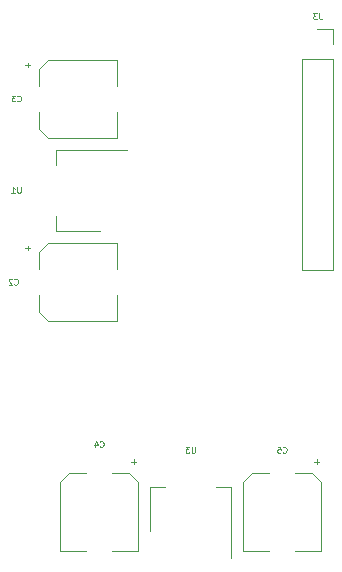
<source format=gbr>
G04 #@! TF.FileFunction,Legend,Bot*
%FSLAX46Y46*%
G04 Gerber Fmt 4.6, Leading zero omitted, Abs format (unit mm)*
G04 Created by KiCad (PCBNEW 4.0.7-e2-6376~58~ubuntu16.04.1) date Wed Sep  5 16:40:10 2018*
%MOMM*%
%LPD*%
G01*
G04 APERTURE LIST*
%ADD10C,0.100000*%
%ADD11C,0.120000*%
%ADD12C,0.075000*%
G04 APERTURE END LIST*
D10*
D11*
X135330000Y-63740000D02*
X132670000Y-63740000D01*
X135330000Y-45900000D02*
X135330000Y-63740000D01*
X132670000Y-45900000D02*
X132670000Y-63740000D01*
X135330000Y-45900000D02*
X132670000Y-45900000D01*
X135330000Y-44630000D02*
X135330000Y-43300000D01*
X135330000Y-43300000D02*
X134000000Y-43300000D01*
X110450000Y-62210000D02*
X110450000Y-63630000D01*
X117050000Y-61450000D02*
X117050000Y-63630000D01*
X117050000Y-68050000D02*
X117050000Y-65870000D01*
X110450000Y-67290000D02*
X110450000Y-65870000D01*
X117050000Y-61450000D02*
X111210000Y-61450000D01*
X111210000Y-61450000D02*
X110450000Y-62210000D01*
X110450000Y-67290000D02*
X111210000Y-68050000D01*
X111210000Y-68050000D02*
X117050000Y-68050000D01*
X110450000Y-46710000D02*
X110450000Y-48130000D01*
X117050000Y-45950000D02*
X117050000Y-48130000D01*
X117050000Y-52550000D02*
X117050000Y-50370000D01*
X110450000Y-51790000D02*
X110450000Y-50370000D01*
X117050000Y-45950000D02*
X111210000Y-45950000D01*
X111210000Y-45950000D02*
X110450000Y-46710000D01*
X110450000Y-51790000D02*
X111210000Y-52550000D01*
X111210000Y-52550000D02*
X117050000Y-52550000D01*
X118040000Y-80950000D02*
X116620000Y-80950000D01*
X118800000Y-87550000D02*
X116620000Y-87550000D01*
X112200000Y-87550000D02*
X114380000Y-87550000D01*
X112960000Y-80950000D02*
X114380000Y-80950000D01*
X118800000Y-87550000D02*
X118800000Y-81710000D01*
X118800000Y-81710000D02*
X118040000Y-80950000D01*
X112960000Y-80950000D02*
X112200000Y-81710000D01*
X112200000Y-81710000D02*
X112200000Y-87550000D01*
X133540000Y-80950000D02*
X132120000Y-80950000D01*
X134300000Y-87550000D02*
X132120000Y-87550000D01*
X127700000Y-87550000D02*
X129880000Y-87550000D01*
X128460000Y-80950000D02*
X129880000Y-80950000D01*
X134300000Y-87550000D02*
X134300000Y-81710000D01*
X134300000Y-81710000D02*
X133540000Y-80950000D01*
X128460000Y-80950000D02*
X127700000Y-81710000D01*
X127700000Y-81710000D02*
X127700000Y-87550000D01*
X111840000Y-60410000D02*
X111840000Y-59150000D01*
X111840000Y-53590000D02*
X111840000Y-54850000D01*
X115600000Y-60410000D02*
X111840000Y-60410000D01*
X117850000Y-53590000D02*
X111840000Y-53590000D01*
X119840000Y-82090000D02*
X121100000Y-82090000D01*
X126660000Y-82090000D02*
X125400000Y-82090000D01*
X119840000Y-85850000D02*
X119840000Y-82090000D01*
X126660000Y-88100000D02*
X126660000Y-82090000D01*
D12*
X134166666Y-42026190D02*
X134166666Y-42383333D01*
X134190476Y-42454762D01*
X134238095Y-42502381D01*
X134309523Y-42526190D01*
X134357142Y-42526190D01*
X133976190Y-42026190D02*
X133666667Y-42026190D01*
X133833333Y-42216667D01*
X133761905Y-42216667D01*
X133714286Y-42240476D01*
X133690476Y-42264286D01*
X133666667Y-42311905D01*
X133666667Y-42430952D01*
X133690476Y-42478571D01*
X133714286Y-42502381D01*
X133761905Y-42526190D01*
X133904762Y-42526190D01*
X133952381Y-42502381D01*
X133976190Y-42478571D01*
X108333333Y-64928571D02*
X108357143Y-64952381D01*
X108428571Y-64976190D01*
X108476190Y-64976190D01*
X108547619Y-64952381D01*
X108595238Y-64904762D01*
X108619047Y-64857143D01*
X108642857Y-64761905D01*
X108642857Y-64690476D01*
X108619047Y-64595238D01*
X108595238Y-64547619D01*
X108547619Y-64500000D01*
X108476190Y-64476190D01*
X108428571Y-64476190D01*
X108357143Y-64500000D01*
X108333333Y-64523810D01*
X108142857Y-64523810D02*
X108119047Y-64500000D01*
X108071428Y-64476190D01*
X107952381Y-64476190D01*
X107904762Y-64500000D01*
X107880952Y-64523810D01*
X107857143Y-64571429D01*
X107857143Y-64619048D01*
X107880952Y-64690476D01*
X108166666Y-64976190D01*
X107857143Y-64976190D01*
X109660476Y-61875714D02*
X109279524Y-61875714D01*
X109470000Y-62066190D02*
X109470000Y-61685238D01*
X108583333Y-49428571D02*
X108607143Y-49452381D01*
X108678571Y-49476190D01*
X108726190Y-49476190D01*
X108797619Y-49452381D01*
X108845238Y-49404762D01*
X108869047Y-49357143D01*
X108892857Y-49261905D01*
X108892857Y-49190476D01*
X108869047Y-49095238D01*
X108845238Y-49047619D01*
X108797619Y-49000000D01*
X108726190Y-48976190D01*
X108678571Y-48976190D01*
X108607143Y-49000000D01*
X108583333Y-49023810D01*
X108416666Y-48976190D02*
X108107143Y-48976190D01*
X108273809Y-49166667D01*
X108202381Y-49166667D01*
X108154762Y-49190476D01*
X108130952Y-49214286D01*
X108107143Y-49261905D01*
X108107143Y-49380952D01*
X108130952Y-49428571D01*
X108154762Y-49452381D01*
X108202381Y-49476190D01*
X108345238Y-49476190D01*
X108392857Y-49452381D01*
X108416666Y-49428571D01*
X109660476Y-46375714D02*
X109279524Y-46375714D01*
X109470000Y-46566190D02*
X109470000Y-46185238D01*
X115583333Y-78678571D02*
X115607143Y-78702381D01*
X115678571Y-78726190D01*
X115726190Y-78726190D01*
X115797619Y-78702381D01*
X115845238Y-78654762D01*
X115869047Y-78607143D01*
X115892857Y-78511905D01*
X115892857Y-78440476D01*
X115869047Y-78345238D01*
X115845238Y-78297619D01*
X115797619Y-78250000D01*
X115726190Y-78226190D01*
X115678571Y-78226190D01*
X115607143Y-78250000D01*
X115583333Y-78273810D01*
X115154762Y-78392857D02*
X115154762Y-78726190D01*
X115273809Y-78202381D02*
X115392857Y-78559524D01*
X115083333Y-78559524D01*
X118445714Y-79779524D02*
X118445714Y-80160476D01*
X118636190Y-79970000D02*
X118255238Y-79970000D01*
X131083333Y-79178571D02*
X131107143Y-79202381D01*
X131178571Y-79226190D01*
X131226190Y-79226190D01*
X131297619Y-79202381D01*
X131345238Y-79154762D01*
X131369047Y-79107143D01*
X131392857Y-79011905D01*
X131392857Y-78940476D01*
X131369047Y-78845238D01*
X131345238Y-78797619D01*
X131297619Y-78750000D01*
X131226190Y-78726190D01*
X131178571Y-78726190D01*
X131107143Y-78750000D01*
X131083333Y-78773810D01*
X130630952Y-78726190D02*
X130869047Y-78726190D01*
X130892857Y-78964286D01*
X130869047Y-78940476D01*
X130821428Y-78916667D01*
X130702381Y-78916667D01*
X130654762Y-78940476D01*
X130630952Y-78964286D01*
X130607143Y-79011905D01*
X130607143Y-79130952D01*
X130630952Y-79178571D01*
X130654762Y-79202381D01*
X130702381Y-79226190D01*
X130821428Y-79226190D01*
X130869047Y-79202381D01*
X130892857Y-79178571D01*
X133945714Y-79779524D02*
X133945714Y-80160476D01*
X134136190Y-79970000D02*
X133755238Y-79970000D01*
X108880952Y-56726190D02*
X108880952Y-57130952D01*
X108857143Y-57178571D01*
X108833333Y-57202381D01*
X108785714Y-57226190D01*
X108690476Y-57226190D01*
X108642857Y-57202381D01*
X108619048Y-57178571D01*
X108595238Y-57130952D01*
X108595238Y-56726190D01*
X108095238Y-57226190D02*
X108380952Y-57226190D01*
X108238095Y-57226190D02*
X108238095Y-56726190D01*
X108285714Y-56797619D01*
X108333333Y-56845238D01*
X108380952Y-56869048D01*
X123630952Y-78726190D02*
X123630952Y-79130952D01*
X123607143Y-79178571D01*
X123583333Y-79202381D01*
X123535714Y-79226190D01*
X123440476Y-79226190D01*
X123392857Y-79202381D01*
X123369048Y-79178571D01*
X123345238Y-79130952D01*
X123345238Y-78726190D01*
X123154761Y-78726190D02*
X122845238Y-78726190D01*
X123011904Y-78916667D01*
X122940476Y-78916667D01*
X122892857Y-78940476D01*
X122869047Y-78964286D01*
X122845238Y-79011905D01*
X122845238Y-79130952D01*
X122869047Y-79178571D01*
X122892857Y-79202381D01*
X122940476Y-79226190D01*
X123083333Y-79226190D01*
X123130952Y-79202381D01*
X123154761Y-79178571D01*
M02*

</source>
